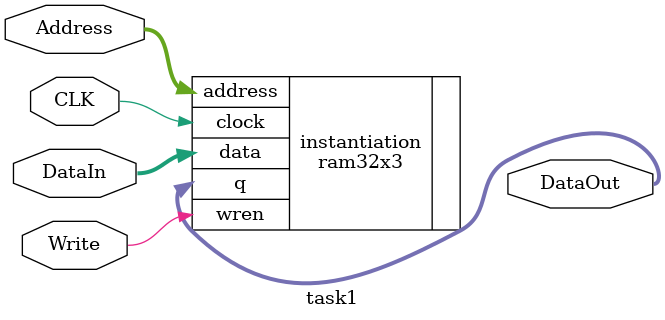
<source format=sv>

/*
Module interfaces with 32x3bit RAM for read & write operations  
Connects signals to the internal RAM module

Input:
Address [4:0] – 5-bit address input specifying the memory  
CLK – Clock 
DataIn [2:0] 3-bit input data to be written to RAM  
Write Control signal when 1, data is written to RAM when 0, data is read from RAM  
Output:
DataOut [2:0] 3-bit output data read from RAM  

Connections:  Connects to module ram32x3 (named ‘instantiation’), which implements the actual memory storage.  
*/

`timescale 1 ps / 1 ps

module task1 (
 	input	logic [4:0]  Address,
	input	logic CLK,
	input	logic [2:0]  DataIn,
	input	logic  Write,
	output logic [2:0]  DataOut
);

//instantiate memory
ram32x3 instantiation (
      .address(Address[4:0]),
		.clock(CLK),
		.data(DataIn[2:0]),
		.wren(Write),
		.q(DataOut[2:0])
    );
endmodule //task1


//=====================Test Bench=======================
/*
module task1_tb();
    logic [4:0] Address;
    logic CLK;
    logic [2:0] DataIn;
    logic Write;
    logic [2:0] DataOut;

	 task1 dut (
        .Address(Address),
        .CLK(clk),
        .DataIn(DataIn),
        .Write(Write),
        .DataOut(DataOut)
    );

     // Clock generation
   parameter CLOCK_PERIOD = 10;	//Clock generation 	
	initial begin
		clk <= 0; 
		forever #(CLOCK_PERIOD/2) clk <= ~clk;
	end
	
   initial begin
	//Initialize vars
		Write = 0;
      Address = 0;
      DataIn = 0;
		  
		@(posedge clk)
		@(posedge clk)

      //Write data 3 to address 1
      @(posedge clk)
		Address = 1;
      DataIn = 4;
      Write = 1;
	   @(posedge clk)
      Write = 0;

      //Wait then read 
      @(posedge clk)
	   Address = 1;

      //write val to different address
		@(posedge clk)
      Address = 2;
      DataIn = 4;
      Write = 1;
		@(posedge clk)
		Write = 0;

      //read
		@(posedge clk)
		Address = 2;
		
      $stop;
    end

endmodule
*/

</source>
